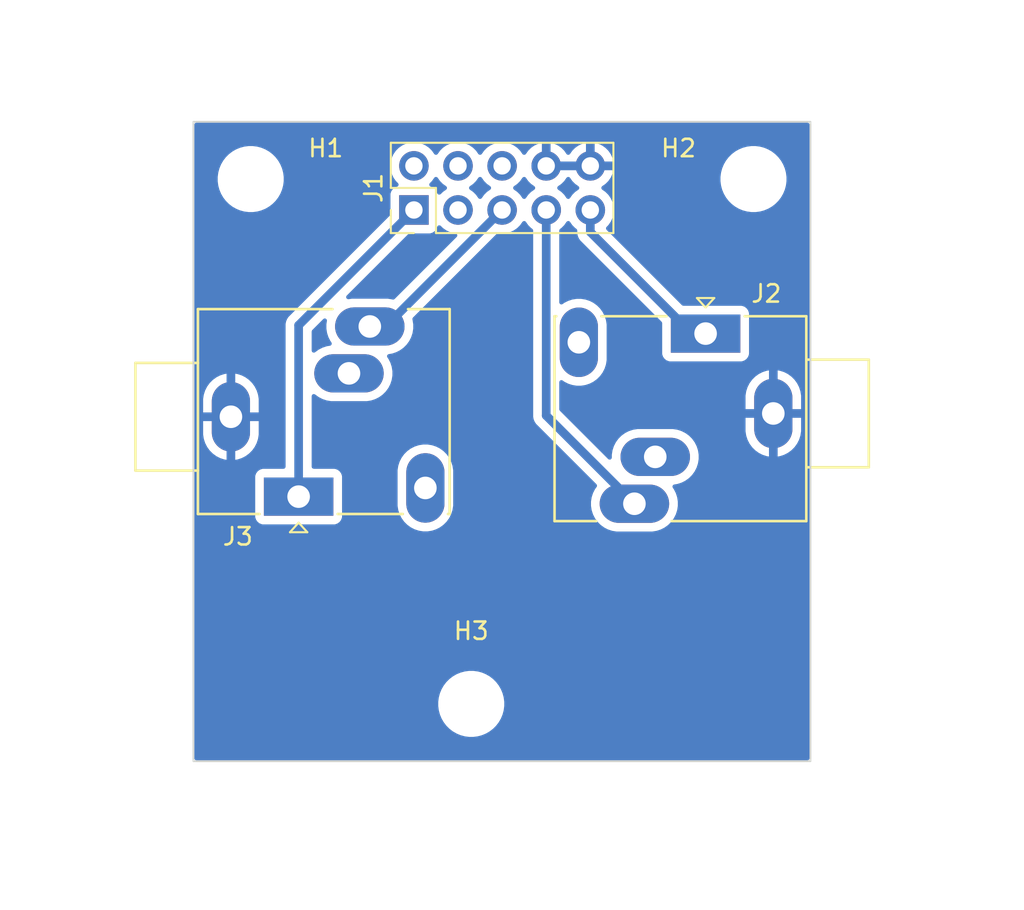
<source format=kicad_pcb>
(kicad_pcb (version 20240108) (generator "pcbnew") (generator_version "8.0")
  (layers (0 "F.Cu" signal) (31 "B.Cu" signal) (34 "B.Paste" user) (35 "F.Paste" user) (36 "B.SilkS" user "B.Silkscreen") (37 "F.SilkS" user "F.Silkscreen") (38 "B.Mask" user) (39 "F.Mask" user) (44 "Edge.Cuts" user))
  (net 0 "")
  (net 1 "Net-(J1-Pin_9)")
  (net 3 "Net-(J1-Pin_7)")
  (net 5 "Net-(J1-Pin_1)")
  (net 6 "Net-(J1-Pin_5)")
  (net 7 "GND")
  (footprint "Connector_PinHeader_2.54mm:PinHeader_2x05_P2.54mm_Vertical" (layer "F.Cu") (at 151.13 81.026 90)
    (property "Reference" "J1" (at 1.27 -2.33 90) (layer "F.SilkS"))
    (property "Value" "Conn_02x05_Odd_Even")
    (fp_line (start 3.87 -1.33) (end 3.87 11.49) (stroke (width 0.12)) (layer "F.SilkS"))
    (fp_line (start 1.27 -1.33) (end 3.87 -1.33) (stroke (width 0.12)) (layer "F.SilkS"))
    (fp_line (start -1.33 -1.33) (end 0 -1.33) (stroke (width 0.12)) (layer "F.SilkS"))
    (fp_line (start -1.33 0) (end -1.33 -1.33) (stroke (width 0.12)) (layer "F.SilkS"))
    (fp_line (start 1.27 1.27) (end 1.27 -1.33) (stroke (width 0.12)) (layer "F.SilkS"))
    (fp_line (start -1.33 1.27) (end 1.27 1.27) (stroke (width 0.12)) (layer "F.SilkS"))
    (fp_line (start -1.33 1.27) (end -1.33 11.49) (stroke (width 0.12)) (layer "F.SilkS"))
    (fp_line (start -1.33 11.49) (end 3.87 11.49) (stroke (width 0.12)) (layer "F.SilkS"))
    (pad "1" thru_hole rect (at 0 0 90) (size 1.7 1.7) (drill 1) (layers "*.Cu" "*.Mask") (net 5 "Net-(J1-Pin_1)"))
    (pad "2" thru_hole oval (at 2.54 0 90) (size 1.7 1.7) (drill 1) (layers "*.Cu" "*.Mask"))
    (pad "3" thru_hole oval (at 0 2.54 90) (size 1.7 1.7) (drill 1) (layers "*.Cu" "*.Mask") (net 7 "GND"))
    (pad "4" thru_hole oval (at 2.54 2.54 90) (size 1.7 1.7) (drill 1) (layers "*.Cu" "*.Mask"))
    (pad "5" thru_hole oval (at 0 5.08 90) (size 1.7 1.7) (drill 1) (layers "*.Cu" "*.Mask") (net 6 "Net-(J1-Pin_5)"))
    (pad "6" thru_hole oval (at 2.54 5.08 90) (size 1.7 1.7) (drill 1) (layers "*.Cu" "*.Mask"))
    (pad "7" thru_hole oval (at 0 7.62 90) (size 1.7 1.7) (drill 1) (layers "*.Cu" "*.Mask") (net 3 "Net-(J1-Pin_7)"))
    (pad "8" thru_hole oval (at 2.54 7.62 90) (size 1.7 1.7) (drill 1) (layers "*.Cu" "*.Mask") (net 7 "GND"))
    (pad "9" thru_hole oval (at 0 10.16 90) (size 1.7 1.7) (drill 1) (layers "*.Cu" "*.Mask") (net 1 "Net-(J1-Pin_9)"))
    (pad "10" thru_hole oval (at 2.54 10.16 90) (size 1.7 1.7) (drill 1) (layers "*.Cu" "*.Mask") (net 7 "GND"))
  )
  (footprint "MountingHole:MountingHole_3.2mm_M3" (layer "F.Cu") (at 141.73 79.246)
    (property "Reference" "H1" (at 4.32 -1.776 0) (layer "F.SilkS"))
    (property "Value" "MountingHole")
    (pad "" np_thru_hole circle (at 0 0) (size 3.2 3.2) (drill 3.2) (layers "*.Cu" "*.Mask"))
  )
  (footprint "Custom_Connectors:Jack_3.5mm_Ledino_KB3SPRS_Horizontal_Stereo" (layer "F.Cu") (at 144.49 97.536)
    (property "Reference" "J3" (at -3.5 2.3 0) (layer "F.SilkS"))
    (property "Value" "LineOut")
    (fp_line (start -9.4 -7.7) (end -9.4 -1.5) (stroke (width 0.15)) (layer "F.SilkS"))
    (fp_line (start -9.4 -1.5) (end -5.8 -1.5) (stroke (width 0.15)) (layer "F.SilkS"))
    (fp_line (start -5.8 -10.8) (end 1.95 -10.8) (stroke (width 0.15)) (layer "F.SilkS"))
    (fp_line (start -5.8 -7.7) (end -9.4 -7.7) (stroke (width 0.15)) (layer "F.SilkS"))
    (fp_line (start -5.8 1) (end -5.8 -10.8) (stroke (width 0.15)) (layer "F.SilkS"))
    (fp_line (start -2.25 1) (end -5.8 1) (stroke (width 0.15)) (layer "F.SilkS"))
    (fp_line (start -0.5 2.05) (end 0.5 2.05) (stroke (width 0.12)) (layer "F.SilkS"))
    (fp_line (start 0 1.5) (end -0.5 2.05) (stroke (width 0.12)) (layer "F.SilkS"))
    (fp_line (start 0.5 2.05) (end 0 1.5) (stroke (width 0.12)) (layer "F.SilkS"))
    (fp_line (start 6 1) (end 2.25 1) (stroke (width 0.15)) (layer "F.SilkS"))
    (fp_line (start 6.3 -10.8) (end 8.7 -10.8) (stroke (width 0.15)) (layer "F.SilkS"))
    (fp_line (start 8.7 -10.8) (end 8.7 1) (stroke (width 0.15)) (layer "F.SilkS"))
    (fp_line (start 8.7 1) (end 8.6 1) (stroke (width 0.15)) (layer "F.SilkS"))
    (pad "G" thru_hole oval (at -3.9 -4.6) (size 2.2 4) (drill 1.3) (layers "*.Cu" "*.Mask" "Eco2.User") (net 7 "GND"))
    (pad "S" thru_hole oval (at 4.1 -9.8) (size 4 2.2) (drill 1.3) (layers "*.Cu" "*.Mask") (net 6 "Net-(J1-Pin_5)"))
    (pad "SN" thru_hole oval (at 2.9 -7.1) (size 4 2.2) (drill 1.3) (layers "*.Cu" "*.Mask"))
    (pad "T" thru_hole rect (at 0 0) (size 4 2.2) (drill 1.3) (layers "*.Cu" "*.Mask") (net 5 "Net-(J1-Pin_1)"))
    (pad "TN" thru_hole oval (at 7.3 -0.5 90) (size 4 2.2) (drill 1.3) (layers "*.Cu" "*.Mask"))
  )
  (footprint "MountingHole:MountingHole_3.2mm_M3" (layer "F.Cu") (at 170.688 79.246)
    (property "Reference" "H2" (at -4.318 -1.776 0) (layer "F.SilkS"))
    (property "Value" "MountingHole")
    (pad "" np_thru_hole circle (at 0 0) (size 3.2 3.2) (drill 3.2) (layers "*.Cu" "*.Mask"))
  )
  (footprint "Custom_Connectors:Jack_3.5mm_Ledino_KB3SPRS_Horizontal_Stereo" (layer "F.Cu") (at 167.93 88.146 180)
    (property "Reference" "J2" (at -3.5 2.3 180) (layer "F.SilkS"))
    (property "Value" "LineIn")
    (fp_line (start 8.7 1) (end 8.6 1) (stroke (width 0.15)) (layer "F.SilkS"))
    (fp_line (start 8.7 -10.8) (end 8.7 1) (stroke (width 0.15)) (layer "F.SilkS"))
    (fp_line (start 6.3 -10.8) (end 8.7 -10.8) (stroke (width 0.15)) (layer "F.SilkS"))
    (fp_line (start 6 1) (end 2.25 1) (stroke (width 0.15)) (layer "F.SilkS"))
    (fp_line (start 0.5 2.05) (end 0 1.5) (stroke (width 0.12)) (layer "F.SilkS"))
    (fp_line (start 0 1.5) (end -0.5 2.05) (stroke (width 0.12)) (layer "F.SilkS"))
    (fp_line (start -0.5 2.05) (end 0.5 2.05) (stroke (width 0.12)) (layer "F.SilkS"))
    (fp_line (start -2.25 1) (end -5.8 1) (stroke (width 0.15)) (layer "F.SilkS"))
    (fp_line (start -5.8 1) (end -5.8 -10.8) (stroke (width 0.15)) (layer "F.SilkS"))
    (fp_line (start -5.8 -7.7) (end -9.4 -7.7) (stroke (width 0.15)) (layer "F.SilkS"))
    (fp_line (start -5.8 -10.8) (end 1.95 -10.8) (stroke (width 0.15)) (layer "F.SilkS"))
    (fp_line (start -9.4 -1.5) (end -5.8 -1.5) (stroke (width 0.15)) (layer "F.SilkS"))
    (fp_line (start -9.4 -7.7) (end -9.4 -1.5) (stroke (width 0.15)) (layer "F.SilkS"))
    (pad "G" thru_hole oval (at -3.9 -4.6 180) (size 2.2 4) (drill 1.3) (layers "*.Cu" "*.Mask" "Eco2.User") (net 7 "GND"))
    (pad "S" thru_hole oval (at 4.1 -9.8 180) (size 4 2.2) (drill 1.3) (layers "*.Cu" "*.Mask") (net 3 "Net-(J1-Pin_7)"))
    (pad "SN" thru_hole oval (at 2.9 -7.1 180) (size 4 2.2) (drill 1.3) (layers "*.Cu" "*.Mask"))
    (pad "T" thru_hole rect (at 0 0 180) (size 4 2.2) (drill 1.3) (layers "*.Cu" "*.Mask") (net 1 "Net-(J1-Pin_9)"))
    (pad "TN" thru_hole oval (at 7.3 -0.5 270) (size 4 2.2) (drill 1.3) (layers "*.Cu" "*.Mask"))
  )
  (footprint "MountingHole:MountingHole_3.2mm_M3" (layer "F.Cu") (at 154.432 109.474)
    (property "Reference" "H3" (at 0 -4.2 0) (layer "F.SilkS"))
    (property "Value" "MountingHole")
    (pad "" np_thru_hole circle (at 0 0) (size 3.2 3.2) (drill 3.2) (layers "*.Cu" "*.Mask"))
  )
  (gr_rect (start 138.43 75.946) (end 173.97 112.776) (stroke (width 0.1)) (fill none) (layer "Edge.Cuts"))
  (segment (start 167.14 88.146) (end 167.93 88.146) (width 0.5) (layer "B.Cu") (net 1))
  (segment (start 161.29 82.296) (end 167.14 88.146) (width 0.5) (layer "B.Cu") (net 1))
  (segment (start 161.29 81.026) (end 161.29 82.296) (width 0.5) (layer "B.Cu") (net 1))
  (segment (start 163.83 97.946) (end 158.75 92.866) (width 0.5) (layer "B.Cu") (net 3))
  (segment (start 158.75 92.866) (end 158.75 81.026) (width 0.5) (layer "B.Cu") (net 3))
  (segment (start 151.13 81.026) (end 144.49 87.666) (width 0.5) (layer "B.Cu") (net 5))
  (segment (start 144.49 87.666) (end 144.49 97.536) (width 0.5) (layer "B.Cu") (net 5))
  (segment (start 156.21 81.026) (end 149.5 87.736) (width 0.5) (layer "B.Cu") (net 6))
  (segment (start 149.5 87.736) (end 148.59 87.736) (width 0.5) (layer "B.Cu") (net 6))
  (zone (net 7) (net_name "GND") (layer "B.Cu") (connect_pads (clearance 0.5)) (min_thickness 0.25) (fill yes (thermal_gap 0.5) (thermal_bridge_width 0.5) (island_removal_mode 1) (island_area_min 10))
    (polygon (pts (xy 138.43 75.946) (xy 173.99 75.946) (xy 173.99 112.776) (xy 138.43 112.776)))
  )
)
</source>
